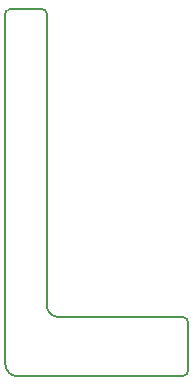
<source format=gko>
%FSLAX25Y25*%
%MOIN*%
G70*
G01*
G75*
G04 Layer_Color=16711935*
%ADD10R,0.01969X0.02362*%
%ADD11R,0.06693X0.03937*%
%ADD12R,0.00984X0.02165*%
%ADD13C,0.01200*%
%ADD14C,0.01000*%
%ADD15C,0.03000*%
%ADD16C,0.01400*%
%ADD17C,0.02200*%
%ADD18R,0.01378X0.07874*%
%ADD19C,0.00984*%
%ADD20C,0.00600*%
%ADD21C,0.00500*%
%ADD22C,0.00787*%
%ADD23R,0.02769X0.03162*%
%ADD24R,0.07493X0.04737*%
%ADD25R,0.01784X0.02965*%
%ADD26R,0.02178X0.08674*%
%ADD27C,0.00394*%
D21*
X0Y0D02*
G03*
X-1969Y1969I-1969J0D01*
G01*
X-1969Y-17717D02*
G03*
X0Y-15748I0J1969D01*
G01*
X-61024Y-13780D02*
G03*
X-57087Y-17717I3937J-0D01*
G01*
X-47244Y103287D02*
G03*
X-48426Y104469I-1181J-0D01*
G01*
X-59842D02*
G03*
X-61024Y103287I0J-1181D01*
G01*
X-47244Y5907D02*
G03*
X-43308Y1969I3937J-1D01*
G01*
X-47244Y5907D02*
Y103287D01*
X-59842Y104469D02*
X-48426D01*
X0Y-15748D02*
Y0D01*
X-43308Y1969D02*
X-1969D01*
X-57087Y-17717D02*
X-1969D01*
X-61024Y-13780D02*
Y103287D01*
M02*

</source>
